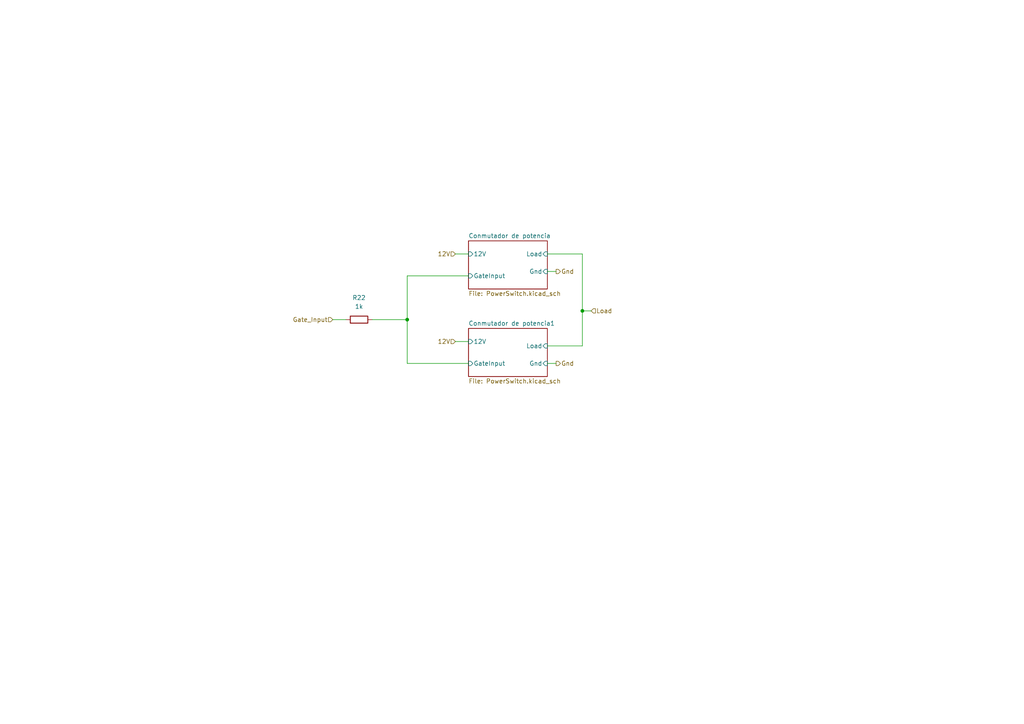
<source format=kicad_sch>
(kicad_sch
	(version 20250114)
	(generator "eeschema")
	(generator_version "9.0")
	(uuid "f011677b-c02c-4a12-89d1-5aa347d30e7c")
	(paper "A4")
	(lib_symbols
		(symbol "Device:R"
			(pin_numbers
				(hide yes)
			)
			(pin_names
				(offset 0)
			)
			(exclude_from_sim no)
			(in_bom yes)
			(on_board yes)
			(property "Reference" "R"
				(at 2.032 0 90)
				(effects
					(font
						(size 1.27 1.27)
					)
				)
			)
			(property "Value" "R"
				(at 0 0 90)
				(effects
					(font
						(size 1.27 1.27)
					)
				)
			)
			(property "Footprint" ""
				(at -1.778 0 90)
				(effects
					(font
						(size 1.27 1.27)
					)
					(hide yes)
				)
			)
			(property "Datasheet" "~"
				(at 0 0 0)
				(effects
					(font
						(size 1.27 1.27)
					)
					(hide yes)
				)
			)
			(property "Description" "Resistor"
				(at 0 0 0)
				(effects
					(font
						(size 1.27 1.27)
					)
					(hide yes)
				)
			)
			(property "ki_keywords" "R res resistor"
				(at 0 0 0)
				(effects
					(font
						(size 1.27 1.27)
					)
					(hide yes)
				)
			)
			(property "ki_fp_filters" "R_*"
				(at 0 0 0)
				(effects
					(font
						(size 1.27 1.27)
					)
					(hide yes)
				)
			)
			(symbol "R_0_1"
				(rectangle
					(start -1.016 -2.54)
					(end 1.016 2.54)
					(stroke
						(width 0.254)
						(type default)
					)
					(fill
						(type none)
					)
				)
			)
			(symbol "R_1_1"
				(pin passive line
					(at 0 3.81 270)
					(length 1.27)
					(name "~"
						(effects
							(font
								(size 1.27 1.27)
							)
						)
					)
					(number "1"
						(effects
							(font
								(size 1.27 1.27)
							)
						)
					)
				)
				(pin passive line
					(at 0 -3.81 90)
					(length 1.27)
					(name "~"
						(effects
							(font
								(size 1.27 1.27)
							)
						)
					)
					(number "2"
						(effects
							(font
								(size 1.27 1.27)
							)
						)
					)
				)
			)
			(embedded_fonts no)
		)
	)
	(junction
		(at 118.11 92.71)
		(diameter 0)
		(color 0 0 0 0)
		(uuid "110c2adb-5b24-42fb-9371-e73dbdabf15e")
	)
	(junction
		(at 168.91 90.17)
		(diameter 0)
		(color 0 0 0 0)
		(uuid "f18c93e7-b03a-4805-832f-babf18a9cdee")
	)
	(wire
		(pts
			(xy 168.91 100.33) (xy 158.75 100.33)
		)
		(stroke
			(width 0)
			(type default)
		)
		(uuid "1ac445aa-4271-4942-baa4-41d7ba982e47")
	)
	(wire
		(pts
			(xy 107.95 92.71) (xy 118.11 92.71)
		)
		(stroke
			(width 0)
			(type default)
		)
		(uuid "236c428e-b038-4cca-b046-d0d7a598cbe8")
	)
	(wire
		(pts
			(xy 132.08 99.06) (xy 135.89 99.06)
		)
		(stroke
			(width 0)
			(type default)
		)
		(uuid "4ce4486b-6ef4-4907-9ceb-b8a1d82dd379")
	)
	(wire
		(pts
			(xy 168.91 73.66) (xy 168.91 90.17)
		)
		(stroke
			(width 0)
			(type default)
		)
		(uuid "5b5621c8-96da-4c9c-975e-071e7e9e21df")
	)
	(wire
		(pts
			(xy 158.75 73.66) (xy 168.91 73.66)
		)
		(stroke
			(width 0)
			(type default)
		)
		(uuid "66de54a9-edb9-4ae9-a8f9-b6558d1e4d7a")
	)
	(wire
		(pts
			(xy 168.91 90.17) (xy 168.91 100.33)
		)
		(stroke
			(width 0)
			(type default)
		)
		(uuid "69e0008b-1207-45f3-8154-f80b0a0af82b")
	)
	(wire
		(pts
			(xy 132.08 73.66) (xy 135.89 73.66)
		)
		(stroke
			(width 0)
			(type default)
		)
		(uuid "738fb617-0d7f-4e14-be48-b76e57aced65")
	)
	(wire
		(pts
			(xy 118.11 80.01) (xy 118.11 92.71)
		)
		(stroke
			(width 0)
			(type default)
		)
		(uuid "784bd5b7-442a-4c6e-b1e7-b5cd6a4b87a0")
	)
	(wire
		(pts
			(xy 118.11 80.01) (xy 135.89 80.01)
		)
		(stroke
			(width 0)
			(type default)
		)
		(uuid "8d52ac67-7ee4-44d8-bfab-30dbe6befbe6")
	)
	(wire
		(pts
			(xy 158.75 78.74) (xy 161.29 78.74)
		)
		(stroke
			(width 0)
			(type default)
		)
		(uuid "938e6489-6ef6-45b7-a5bf-1c8f7df15249")
	)
	(wire
		(pts
			(xy 158.75 105.41) (xy 161.29 105.41)
		)
		(stroke
			(width 0)
			(type default)
		)
		(uuid "9e8080ea-810e-40dd-879a-db003633253d")
	)
	(wire
		(pts
			(xy 135.89 105.41) (xy 118.11 105.41)
		)
		(stroke
			(width 0)
			(type default)
		)
		(uuid "beb30ec7-6a9f-4cf2-8614-c13ce32775f4")
	)
	(wire
		(pts
			(xy 118.11 105.41) (xy 118.11 92.71)
		)
		(stroke
			(width 0)
			(type default)
		)
		(uuid "c43eeca9-6fda-4b91-a10e-983a31d0bbdc")
	)
	(wire
		(pts
			(xy 96.52 92.71) (xy 100.33 92.71)
		)
		(stroke
			(width 0)
			(type default)
		)
		(uuid "e714d64b-2e62-424a-a5cf-e8a74647bc5b")
	)
	(wire
		(pts
			(xy 168.91 90.17) (xy 171.45 90.17)
		)
		(stroke
			(width 0)
			(type default)
		)
		(uuid "ee5f86a9-10e6-48ea-8363-98d49f94fabc")
	)
	(hierarchical_label "Load"
		(shape input)
		(at 171.45 90.17 0)
		(effects
			(font
				(size 1.27 1.27)
			)
			(justify left)
		)
		(uuid "046b201c-025b-4e66-865a-718bb2fd5038")
	)
	(hierarchical_label "Gate_Input"
		(shape input)
		(at 96.52 92.71 180)
		(effects
			(font
				(size 1.27 1.27)
			)
			(justify right)
		)
		(uuid "847ffa82-ae6b-480d-bb6b-1716fd8371dc")
	)
	(hierarchical_label "Gnd"
		(shape output)
		(at 161.29 78.74 0)
		(effects
			(font
				(size 1.27 1.27)
			)
			(justify left)
		)
		(uuid "9d265967-4d30-42f7-9b9a-42071626ac9a")
	)
	(hierarchical_label "12V"
		(shape input)
		(at 132.08 73.66 180)
		(effects
			(font
				(size 1.27 1.27)
			)
			(justify right)
		)
		(uuid "a887e7df-601f-4735-afa3-785ac042802c")
	)
	(hierarchical_label "12V"
		(shape input)
		(at 132.08 99.06 180)
		(effects
			(font
				(size 1.27 1.27)
			)
			(justify right)
		)
		(uuid "c76117ed-dbe3-4cab-b8fa-7a4c81d441f4")
	)
	(hierarchical_label "Gnd"
		(shape output)
		(at 161.29 105.41 0)
		(effects
			(font
				(size 1.27 1.27)
			)
			(justify left)
		)
		(uuid "cd439e66-5baa-41c7-9d73-98dd995ce766")
	)
	(symbol
		(lib_id "Device:R")
		(at 104.14 92.71 90)
		(unit 1)
		(exclude_from_sim no)
		(in_bom yes)
		(on_board yes)
		(dnp no)
		(fields_autoplaced yes)
		(uuid "21542a60-9b1b-4c0a-a197-fbae02da924e")
		(property "Reference" "R22"
			(at 104.14 86.36 90)
			(effects
				(font
					(size 1.27 1.27)
				)
			)
		)
		(property "Value" "1k"
			(at 104.14 88.9 90)
			(effects
				(font
					(size 1.27 1.27)
				)
			)
		)
		(property "Footprint" "Resistor_SMD:R_0603_1608Metric_Pad0.98x0.95mm_HandSolder"
			(at 104.14 94.488 90)
			(effects
				(font
					(size 1.27 1.27)
				)
				(hide yes)
			)
		)
		(property "Datasheet" "~"
			(at 104.14 92.71 0)
			(effects
				(font
					(size 1.27 1.27)
				)
				(hide yes)
			)
		)
		(property "Description" "Resistor"
			(at 104.14 92.71 0)
			(effects
				(font
					(size 1.27 1.27)
				)
				(hide yes)
			)
		)
		(pin "1"
			(uuid "1d027825-ce6d-4f2a-99f1-853e4eb10193")
		)
		(pin "2"
			(uuid "00d858be-22a1-4f79-a62d-8576a8612558")
		)
		(instances
			(project "VFD_V1"
				(path "/e60c11d9-ab9e-4760-a4a7-008fcec65a72/c6551446-5e26-4d9a-a5bc-1c867d865e21/114be0da-6ec0-43cc-95ec-fead423de7f2"
					(reference "R22")
					(unit 1)
				)
				(path "/e60c11d9-ab9e-4760-a4a7-008fcec65a72/c6551446-5e26-4d9a-a5bc-1c867d865e21/4ead1ef3-6642-476a-91a4-2f6f295e53fc"
					(reference "R24")
					(unit 1)
				)
			)
		)
	)
	(sheet
		(at 135.89 69.85)
		(size 22.86 13.97)
		(exclude_from_sim no)
		(in_bom yes)
		(on_board yes)
		(dnp no)
		(fields_autoplaced yes)
		(stroke
			(width 0.1524)
			(type solid)
		)
		(fill
			(color 0 0 0 0.0000)
		)
		(uuid "285d2753-215f-428f-a3e3-1ef4b695e2d7")
		(property "Sheetname" "Conmutador de potencia"
			(at 135.89 69.1384 0)
			(effects
				(font
					(size 1.27 1.27)
				)
				(justify left bottom)
			)
		)
		(property "Sheetfile" "PowerSwitch.kicad_sch"
			(at 135.89 84.4046 0)
			(effects
				(font
					(size 1.27 1.27)
				)
				(justify left top)
			)
		)
		(pin "Load" input
			(at 158.75 73.66 0)
			(uuid "c7d493a0-daff-4732-ba83-c932bd46285f")
			(effects
				(font
					(size 1.27 1.27)
				)
				(justify right)
			)
		)
		(pin "GateInput" input
			(at 135.89 80.01 180)
			(uuid "acb8f8d0-0fe6-4eb3-b368-ec720308312e")
			(effects
				(font
					(size 1.27 1.27)
				)
				(justify left)
			)
		)
		(pin "12V" input
			(at 135.89 73.66 180)
			(uuid "62b08dde-dbc3-4e08-bf68-405f49e4365e")
			(effects
				(font
					(size 1.27 1.27)
				)
				(justify left)
			)
		)
		(pin "Gnd" input
			(at 158.75 78.74 0)
			(uuid "8a91ded5-28d3-4d13-8b72-1b040a9893af")
			(effects
				(font
					(size 1.27 1.27)
				)
				(justify right)
			)
		)
		(instances
			(project "VFD_V1"
				(path "/e60c11d9-ab9e-4760-a4a7-008fcec65a72/c6551446-5e26-4d9a-a5bc-1c867d865e21/114be0da-6ec0-43cc-95ec-fead423de7f2"
					(page "10")
				)
				(path "/e60c11d9-ab9e-4760-a4a7-008fcec65a72/c6551446-5e26-4d9a-a5bc-1c867d865e21/4ead1ef3-6642-476a-91a4-2f6f295e53fc"
					(page "13")
				)
			)
		)
	)
	(sheet
		(at 135.89 95.25)
		(size 22.86 13.97)
		(exclude_from_sim no)
		(in_bom yes)
		(on_board yes)
		(dnp no)
		(fields_autoplaced yes)
		(stroke
			(width 0.1524)
			(type solid)
		)
		(fill
			(color 0 0 0 0.0000)
		)
		(uuid "b376caf9-3098-44f3-80b6-fb87206c02dc")
		(property "Sheetname" "Conmutador de potencia1"
			(at 135.89 94.5384 0)
			(effects
				(font
					(size 1.27 1.27)
				)
				(justify left bottom)
			)
		)
		(property "Sheetfile" "PowerSwitch.kicad_sch"
			(at 135.89 109.8046 0)
			(effects
				(font
					(size 1.27 1.27)
				)
				(justify left top)
			)
		)
		(pin "Load" input
			(at 158.75 100.33 0)
			(uuid "5d3c5805-2b6b-4d1d-9c9e-fd12a6084449")
			(effects
				(font
					(size 1.27 1.27)
				)
				(justify right)
			)
		)
		(pin "GateInput" input
			(at 135.89 105.41 180)
			(uuid "cc70e9d7-d09d-46e7-9121-2fb74543488c")
			(effects
				(font
					(size 1.27 1.27)
				)
				(justify left)
			)
		)
		(pin "12V" input
			(at 135.89 99.06 180)
			(uuid "f05c4d34-05ed-494c-b48b-c33191f8a29d")
			(effects
				(font
					(size 1.27 1.27)
				)
				(justify left)
			)
		)
		(pin "Gnd" input
			(at 158.75 105.41 0)
			(uuid "13b8881a-3aa3-4dd9-a411-88d620dc7091")
			(effects
				(font
					(size 1.27 1.27)
				)
				(justify right)
			)
		)
		(instances
			(project "VFD_V1"
				(path "/e60c11d9-ab9e-4760-a4a7-008fcec65a72/c6551446-5e26-4d9a-a5bc-1c867d865e21/114be0da-6ec0-43cc-95ec-fead423de7f2"
					(page "8")
				)
				(path "/e60c11d9-ab9e-4760-a4a7-008fcec65a72/c6551446-5e26-4d9a-a5bc-1c867d865e21/4ead1ef3-6642-476a-91a4-2f6f295e53fc"
					(page "12")
				)
			)
		)
	)
)

</source>
